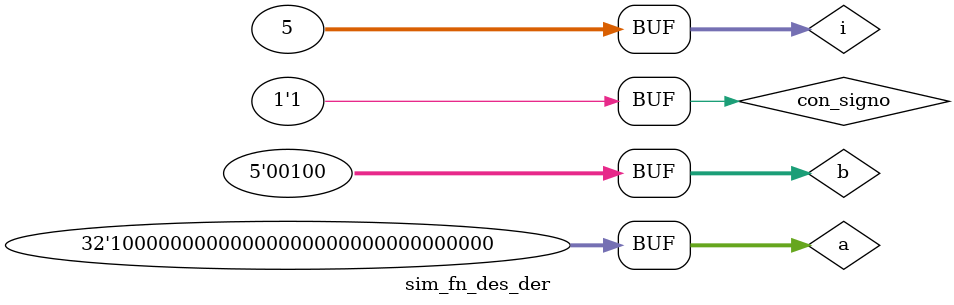
<source format=v>
`include "fn_des_der.v"
module sim_fn_des_der ;
    integer i;
    reg [31:0]  a;
    reg [4:0]   b;
    reg con_signo;
    wire [31:0] Y;
    fn_des_der dut (
        .Y (Y),
        .a (a),
        .b (b),
        .con_signo(con_signo)
    );

    initial begin
        $dumpfile("fn_des_der.vcd");
        $dumpvars(0, sim_fn_des_der);
        a = 32'h80000000;
        con_signo = 0;
        for (i=0;i<5;i = i + 1) begin
        b = i;
            #10;
        end
        con_signo = 1;
        for (i=0;i<5;i = i + 1) begin
        b = i;
            #10;
        end
    end
endmodule

</source>
